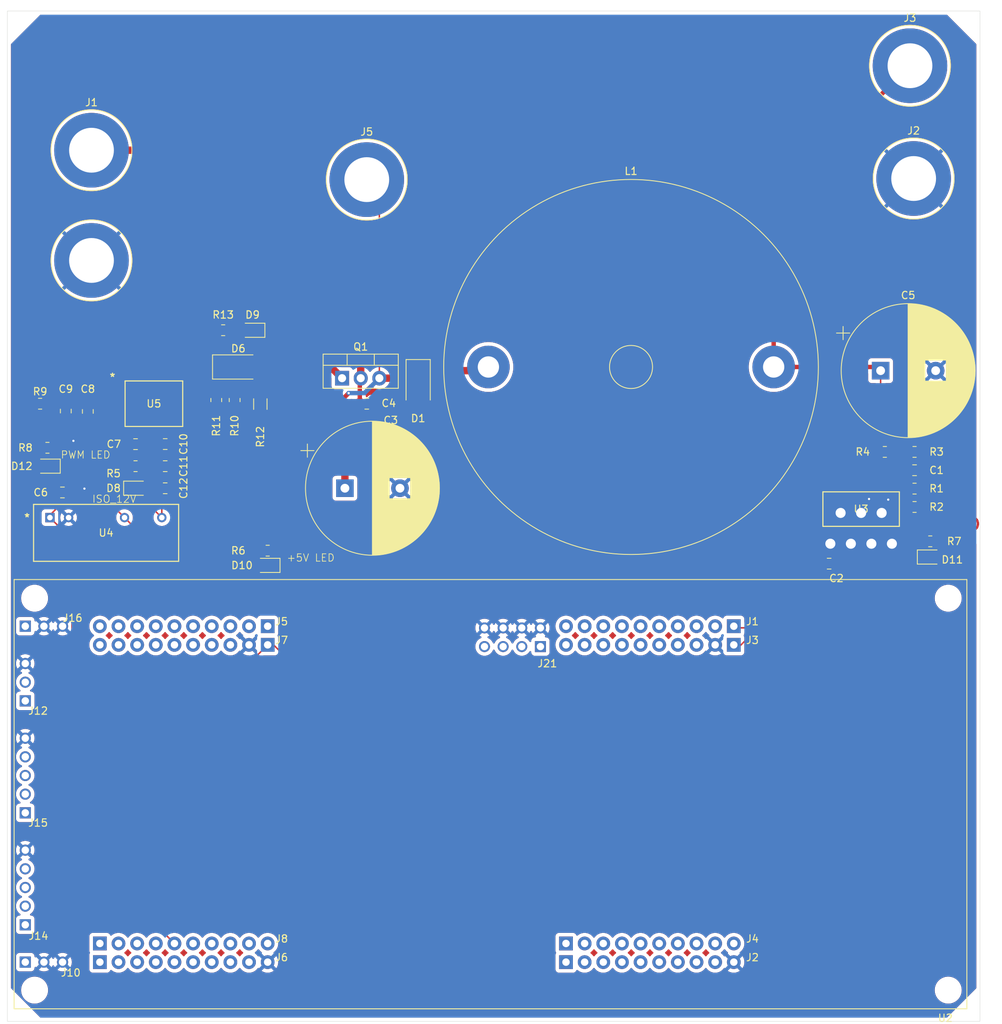
<source format=kicad_pcb>
(kicad_pcb (version 20241229) (generator "pcbnew") (generator_version "9.0")
  (layers (0 "F.Cu" signal) (2 "B.Cu" signal) (13 "F.Paste" user) (15 "B.Paste" user) (5 "F.SilkS" user "F.Silkscreen") (7 "B.SilkS" user "B.Silkscreen") (1 "F.Mask" user) (3 "B.Mask" user) (25 "Edge.Cuts" user))
  (net 0 "")
  (net 1 "GND")
  (net 2 "+3.3V")
  (net 3 "/VFILT")
  (net 4 "/VOUT")
  (net 14 "/Power_stage/VIN")
  (net 16 "+5V")
  (net 26 "/GD/ISO_12")
  (net 27 "/GD/PWM_FILT")
  (net 31 "/VSW")
  (net 35 "/VG")
  (net 42 "Net-(D6-K)")
  (net 81 "/PWM")
  (net 83 "Net-(D8-A)")
  (net 91 "/GD/GD_PWM")
  (net 103 "/VFILTD")
  (net 104 "Net-(D10-BK)")
  (net 105 "Net-(D11-BK)")
  (net 106 "Net-(D12-BK)")
  (net 107 "Net-(D9-BK)")
  (net 108 "Net-(U3-VIN+)")
  (net 109 "Net-(R1-Pad2)")
  (net 110 "Net-(U3-VIN-)")
  (footprint "LED_SMD:LED_0805_2012Metric" (layer "F.Cu") (at 77.9015 66.946 180)
    (property "Reference" "D9" (at 0 2.1 0) (layer "F.SilkS"))
    (property "Value" "LED_ABGR")
    (pad "1" smd roundrect (at -0.9375 0 180) (size 0.975 1.4) (layers "F.Cu" "F.Mask" "F.Paste") (net 35 "/VG"))
    (pad "2" smd roundrect (at 0.9375 0 180) (size 0.975 1.4) (layers "F.Cu" "F.Mask" "F.Paste") (net 107 "Net-(D9-BK)"))
  )
  (footprint "Diode_SMD:D_SMA" (layer "F.Cu") (at 100.464 74.446 -90)
    (property "Reference" "D1" (at 4.5 0 180) (layer "F.SilkS"))
    (property "Value" "SS310")
    (pad "1" smd roundrect (at -2 0 270) (size 2.5 1.8) (layers "F.Cu" "F.Mask" "F.Paste") (roundrect_rratio 0.1388888889) (net 31 "/VSW"))
    (pad "2" smd roundrect (at 2 0 270) (size 2.5 1.8) (layers "F.Cu" "F.Mask" "F.Paste") (roundrect_rratio 0.1388888889) (net 1 "GND"))
  )
  (footprint "Capacitor_THT:CP_Radial_D18.0mm_P7.50mm" (layer "F.Cu") (at 90.48622 88.446)
    (property "Reference" "C3" (at 6.25 -9.25 0) (layer "F.SilkS"))
    (property "Value" "470u")
    (pad "1" thru_hole rect (at 0 0) (size 2.4 2.4) (drill 1.2) (layers "*.Cu" "*.Mask") (net 14 "/Power_stage/VIN"))
    (pad "2" thru_hole circle (at 7.5 0) (size 2.4 2.4) (drill 1.2) (layers "*.Cu" "*.Mask") (net 1 "GND"))
  )
  (footprint "Resistor_SMD:R_0805_2012Metric_Pad1.20x1.40mm_HandSolder" (layer "F.Cu") (at 170.229 95.676354 180)
    (property "Reference" "R7" (at -3.2625 0 0) (layer "F.SilkS"))
    (property "Value" "3.3K")
    (pad "1" smd roundrect (at -1 0 180) (size 1.2 1.4) (layers "F.Cu" "F.Mask" "F.Paste") (roundrect_rratio 0.208333) (net 105 "Net-(D11-BK)"))
    (pad "2" smd roundrect (at 1 0 180) (size 1.2 1.4) (layers "F.Cu" "F.Mask" "F.Paste") (roundrect_rratio 0.208333) (net 1 "GND"))
  )
  (footprint "LED_SMD:LED_0805_2012Metric" (layer "F.Cu") (at 62.0265 88.446)
    (property "Reference" "D8" (at -3.0625 0 0) (layer "F.SilkS"))
    (property "Value" "LED_ABGR")
    (pad "1" smd roundrect (at -0.9375 0) (size 0.975 1.4) (layers "F.Cu" "F.Mask" "F.Paste") (net 83 "Net-(D8-A)"))
    (pad "2" smd roundrect (at 0.9375 0) (size 0.975 1.4) (layers "F.Cu" "F.Mask" "F.Paste") (net 26 "/GD/ISO_12"))
  )
  (footprint "Resistor_SMD:R_0805_2012Metric" (layer "F.Cu") (at 168.0875 91)
    (property "Reference" "R2" (at 3 0 0) (layer "F.SilkS"))
    (property "Value" "5")
    (pad "1" smd roundrect (at -0.9125 0) (size 1.025 1.4) (layers "F.Cu" "F.Mask" "F.Paste") (roundrect_rratio 0.243902) (net 109 "Net-(R1-Pad2)"))
    (pad "2" smd roundrect (at 0.9125 0) (size 1.025 1.4) (layers "F.Cu" "F.Mask" "F.Paste") (roundrect_rratio 0.243902) (net 110 "Net-(U3-VIN-)"))
  )
  (footprint "Capacitor_SMD:C_0805_2012Metric" (layer "F.Cu") (at 66.004 85.446)
    (property "Reference" "C11" (at 2.5 0 90) (layer "F.SilkS"))
    (property "Value" "220U")
    (pad "1" smd roundrect (at -0.95 0) (size 1 1.45) (layers "F.Cu" "F.Mask" "F.Paste") (net 26 "/GD/ISO_12"))
    (pad "2" smd roundrect (at 0.95 0) (size 1 1.45) (layers "F.Cu" "F.Mask" "F.Paste") (net 31 "/VSW"))
  )
  (footprint "Resistor_SMD:R_0805_2012Metric_Pad1.20x1.40mm_HandSolder" (layer "F.Cu") (at 75.464 76.446 90)
    (property "Reference" "R10" (at -3.5 0 90) (layer "F.SilkS"))
    (property "Value" "7R")
    (pad "1" smd roundrect (at -1 0 90) (size 1.2 1.4) (layers "F.Cu" "F.Mask" "F.Paste") (roundrect_rratio 0.208333) (net 91 "/GD/GD_PWM"))
    (pad "2" smd roundrect (at 1 0 90) (size 1.2 1.4) (layers "F.Cu" "F.Mask" "F.Paste") (roundrect_rratio 0.208333) (net 35 "/VG"))
  )
  (footprint "Connector:Banana_Jack_1Pin" (layer "F.Cu") (at 93.464 46.446)
    (property "Reference" "J5" (at 0 -6.5 0) (layer "F.SilkS"))
    (property "Value" "Conn_01x01_Pin")
    (pad "1" thru_hole circle (at 0 0) (size 10.16 10.16) (drill 6.1) (layers "*.Cu" "*.Mask") (net 31 "/VSW"))
  )
  (footprint "Diode_SMD:D_SMA" (layer "F.Cu") (at 75.964 71.946)
    (property "Reference" "D6" (at 0 -2.5 0) (layer "F.SilkS"))
    (property "Value" "US2AA")
    (pad "1" smd roundrect (at -2 0) (size 2.5 1.8) (layers "F.Cu" "F.Mask" "F.Paste") (roundrect_rratio 0.1388888889) (net 42 "Net-(D6-K)"))
    (pad "2" smd roundrect (at 2 0) (size 2.5 1.8) (layers "F.Cu" "F.Mask" "F.Paste") (roundrect_rratio 0.1388888889) (net 35 "/VG"))
  )
  (footprint "Connector:Banana_Jack_1Pin" (layer "F.Cu") (at 167.964 46.296)
    (property "Reference" "J2" (at 0 -6.5 0) (layer "F.SilkS"))
    (property "Value" "Conn_01x01_Pin")
    (pad "1" thru_hole circle (at 0 0) (size 10.16 10.16) (drill 6.1) (layers "*.Cu" "*.Mask") (net 1 "GND"))
  )
  (footprint "Resistor_SMD:R_0805_2012Metric_Pad1.20x1.40mm_HandSolder" (layer "F.Cu") (at 72.964 76.446 90)
    (property "Reference" "R11" (at -3.5 0 90) (layer "F.SilkS"))
    (property "Value" "12R")
    (pad "1" smd roundrect (at -1 0 90) (size 1.2 1.4) (layers "F.Cu" "F.Mask" "F.Paste") (roundrect_rratio 0.208333) (net 91 "/GD/GD_PWM"))
    (pad "2" smd roundrect (at 1 0 90) (size 1.2 1.4) (layers "F.Cu" "F.Mask" "F.Paste") (roundrect_rratio 0.208333) (net 42 "Net-(D6-K)"))
  )
  (footprint "Capacitor_SMD:C_0805_2012Metric" (layer "F.Cu") (at 61.964 82.446 180)
    (property "Reference" "C7" (at 2.95 0 0) (layer "F.SilkS"))
    (property "Value" "1u")
    (pad "1" smd roundrect (at -0.95 0 180) (size 1 1.45) (layers "F.Cu" "F.Mask" "F.Paste") (net 26 "/GD/ISO_12"))
    (pad "2" smd roundrect (at 0.95 0 180) (size 1 1.45) (layers "F.Cu" "F.Mask" "F.Paste") (net 31 "/VSW"))
  )
  (footprint "Resistor_SMD:R_0805_2012Metric_Pad1.20x1.40mm_HandSolder" (layer "F.Cu") (at 48.964 76.946)
    (property "Reference" "R9" (at 0 -1.65 0) (layer "F.SilkS"))
    (property "Value" "R")
    (pad "1" smd roundrect (at -1 0) (size 1.2 1.4) (layers "F.Cu" "F.Mask" "F.Paste") (roundrect_rratio 0.208333) (net 81 "/PWM"))
    (pad "2" smd roundrect (at 1 0) (size 1.2 1.4) (layers "F.Cu" "F.Mask" "F.Paste") (roundrect_rratio 0.208333) (net 27 "/GD/PWM_FILT"))
  )
  (footprint "Capacitor_SMD:C_0805_2012Metric" (layer "F.Cu") (at 93.464 76.946)
    (property "Reference" "C4" (at 3 -0.065 0) (layer "F.SilkS"))
    (property "Value" "1u")
    (pad "1" smd roundrect (at -0.95 0) (size 1 1.45) (layers "F.Cu" "F.Mask" "F.Paste") (net 14 "/Power_stage/VIN"))
    (pad "2" smd roundrect (at 0.95 0) (size 1 1.45) (layers "F.Cu" "F.Mask" "F.Paste") (net 1 "GND"))
  )
  (footprint "Resistor_SMD:R_0805_2012Metric_Pad1.20x1.40mm_HandSolder" (layer "F.Cu") (at 73.9015 66.946 180)
    (property "Reference" "R13" (at 0 2.1 0) (layer "F.SilkS"))
    (property "Value" "3.3K")
    (pad "1" smd roundrect (at -1 0 180) (size 1.2 1.4) (layers "F.Cu" "F.Mask" "F.Paste") (roundrect_rratio 0.208333) (net 107 "Net-(D9-BK)"))
    (pad "2" smd roundrect (at 1 0 180) (size 1.2 1.4) (layers "F.Cu" "F.Mask" "F.Paste") (roundrect_rratio 0.208333) (net 31 "/VSW"))
  )
  (footprint "Capacitor_SMD:C_0805_2012Metric_Pad1.18x1.45mm_HandSolder" (layer "F.Cu") (at 52.464 77.946 -90)
    (property "Reference" "C9" (at -3 0 0) (layer "F.SilkS"))
    (property "Value" "C")
    (pad "1" smd roundrect (at -1.0375 0 270) (size 1.175 1.45) (layers "F.Cu" "F.Mask" "F.Paste") (roundrect_rratio 0.212766) (net 27 "/GD/PWM_FILT"))
    (pad "2" smd roundrect (at 1.0375 0 270) (size 1.175 1.45) (layers "F.Cu" "F.Mask" "F.Paste") (roundrect_rratio 0.212766) (net 1 "GND"))
  )
  (footprint "Capacitor_THT:CP_Radial_D18.0mm_P7.50mm" (layer "F.Cu") (at 163.464 72.446)
    (property "Reference" "C5" (at 3.75 -10.25 0) (layer "F.SilkS"))
    (property "Value" "?")
    (pad "1" thru_hole rect (at 0 0) (size 2.4 2.4) (drill 1.2) (layers "*.Cu" "*.Mask") (net 4 "/VOUT"))
    (pad "2" thru_hole circle (at 7.5 0) (size 2.4 2.4) (drill 1.2) (layers "*.Cu" "*.Mask") (net 1 "GND"))
  )
  (footprint "LED_SMD:LED_0805_2012Metric" (layer "F.Cu") (at 170.149 97.811354)
    (property "Reference" "D11" (at 3.08 0.365 0) (layer "F.SilkS"))
    (property "Value" "LED_ABGR")
    (pad "1" smd roundrect (at -0.9375 0) (size 0.975 1.4) (layers "F.Cu" "F.Mask" "F.Paste") (net 2 "+3.3V"))
    (pad "2" smd roundrect (at 0.9375 0) (size 0.975 1.4) (layers "F.Cu" "F.Mask" "F.Paste") (net 105 "Net-(D11-BK)"))
  )
  (footprint "Resistor_SMD:R_0805_2012Metric" (layer "F.Cu") (at 168.0875 88.5 180)
    (property "Reference" "R1" (at -3 0 0) (layer "F.SilkS"))
    (property "Value" "100")
    (pad "1" smd roundrect (at -0.9125 0 180) (size 1.025 1.4) (layers "F.Cu" "F.Mask" "F.Paste") (roundrect_rratio 0.243902) (net 1 "GND"))
    (pad "2" smd roundrect (at 0.9125 0 180) (size 1.025 1.4) (layers "F.Cu" "F.Mask" "F.Paste") (roundrect_rratio 0.243902) (net 109 "Net-(R1-Pad2)"))
  )
  (footprint "footprints:SOIC8_DWV_TEX" (layer "F.Cu") (at 64.464 76.946)
    (property "Reference" "U5" (at 0 0 0) (layer "F.SilkS"))
    (property "Value" "UCC5304DWVR")
    (fp_text user "*" (at -5.6388 -3.6068 0) (layer "F.SilkS"))
    (fp_text user "*" (at -5.6388 -3.6068 0) (layer "F.SilkS"))
    (pad "1" smd rect (at -5.3848 -1.905) (size 1.7018 0.5588) (layers "F.Cu" "F.Mask" "F.Paste") (net 27 "/GD/PWM_FILT"))
    (pad "2" smd rect (at -5.3848 -0.635) (size 1.7018 0.5588) (layers "F.Cu" "F.Mask" "F.Paste") (net 16 "+5V"))
    (pad "3" smd rect (at -5.3848 0.635) (size 1.7018 0.5588) (layers "F.Cu" "F.Mask" "F.Paste") (net 16 "+5V"))
    (pad "4" smd rect (at -5.3848 1.905) (size 1.7018 0.5588) (layers "F.Cu" "F.Mask" "F.Paste") (net 1 "GND"))
    (pad "5" smd rect (at 5.3848 1.905) (size 1.7018 0.5588) (layers "F.Cu" "F.Mask" "F.Paste") (net 31 "/VSW"))
    (pad "6" smd rect (at 5.3848 0.635) (size 1.7018 0.5588) (layers "F.Cu" "F.Mask" "F.Paste") (net 31 "/VSW"))
    (pad "7" smd rect (at 5.3848 -0.635) (size 1.7018 0.5588) (layers "F.Cu" "F.Mask" "F.Paste") (net 91 "/GD/GD_PWM"))
    (pad "8" smd rect (at 5.3848 -1.905) (size 1.7018 0.5588) (layers "F.Cu" "F.Mask" "F.Paste") (net 26 "/GD/ISO_12"))
  )
  (footprint "Resistor_SMD:R_0805_2012Metric" (layer "F.Cu") (at 168.0875 83.5 180)
    (property "Reference" "R3" (at -3 0 0) (layer "F.SilkS"))
    (property "Value" "5")
    (pad "1" smd roundrect (at -0.9125 0 180) (size 1.025 1.4) (layers "F.Cu" "F.Mask" "F.Paste") (roundrect_rratio 0.243902) (net 1 "GND"))
    (pad "2" smd roundrect (at 0.9125 0 180) (size 1.025 1.4) (layers "F.Cu" "F.Mask" "F.Paste") (roundrect_rratio 0.243902) (net 108 "Net-(U3-VIN+)"))
  )
  (footprint "Capacitor_SMD:C_0805_2012Metric" (layer "F.Cu") (at 168.0875 86)
    (property "Reference" "C1" (at 3 0 0) (layer "F.SilkS"))
    (property "Value" "0.0105")
    (pad "1" smd roundrect (at -0.95 0) (size 1 1.45) (layers "F.Cu" "F.Mask" "F.Paste") (net 108 "Net-(U3-VIN+)"))
    (pad "2" smd roundrect (at 0.95 0) (size 1 1.45) (layers "F.Cu" "F.Mask" "F.Paste") (net 1 "GND"))
  )
  (footprint "Connector:Banana_Jack_1Pin" (layer "F.Cu") (at 167.464 30.946)
    (property "Reference" "J3" (at 0 -6.5 0) (layer "F.SilkS"))
    (property "Value" "Conn_01x01_Pin")
    (pad "1" thru_hole circle (at 0 0) (size 10.16 10.16) (drill 6.1) (layers "*.Cu" "*.Mask") (net 4 "/VOUT"))
  )
  (footprint "LAUNCHXL_F28379D:MOD_LAUNCHXL-F28379D" (layer "F.Cu") (at 110.317 130.086 180)
    (property "Reference" "U2" (at -61.972 -30.475 0) (layer "F.SilkS"))
    (property "Value" "LAUNCHXL-F28379D")
    (fp_text user "J12" (at 61.628 11.335 0) (layer "F.SilkS"))
    (fp_text user "J4" (at -35.687 -19.685 0) (layer "F.SilkS"))
    (fp_text user "J10" (at 57.178 -24.305 0) (layer "F.SilkS"))
    (fp_text user "J15" (at 61.628 -3.905 0) (layer "F.SilkS"))
    (fp_text user "J21" (at -7.747 17.78 0) (layer "F.SilkS"))
    (fp_text user "J1" (at -35.687 23.495 0) (layer "F.SilkS"))
    (fp_text user "J5" (at 28.448 23.495 0) (layer "F.SilkS"))
    (fp_text user "J6" (at 28.448 -22.225 0) (layer "F.SilkS"))
    (fp_text user "J2" (at -35.687 -22.225 0) (layer "F.SilkS"))
    (fp_text user "J8" (at 28.448 -19.685 0) (layer "F.SilkS"))
    (fp_text user "J14" (at 61.578 -19.305 0) (layer "F.SilkS"))
    (fp_text user "J3" (at -35.687 20.955 0) (layer "F.SilkS"))
    (fp_text user "J7" (at 28.448 20.955 0) (layer "F.SilkS"))
    (fp_text user "J16" (at 56.928 23.97 0) (layer "F.SilkS"))
    (pad "" np_thru_hole circle (at -62.357 -26.67 180) (size 3.175 3.175) (drill 3.175) (layers "*.Cu" "*.Mask"))
    (pad "" np_thru_hole circle (at -62.357 26.67 180) (size 3.175 3.175) (drill 3.175) (layers "*.Cu" "*.Mask"))
    (pad "" np_thru_hole circle (at 62.103 -26.67 180) (size 3.175 3.175) (drill 3.175) (layers "*.Cu" "*.Mask"))
    (pad "" np_thru_hole circle (at 62.103 26.67 180) (size 3.175 3.175) (drill 3.175) (layers "*.Cu" "*.Mask"))
    (pad "J1_1" thru_hole rect (at -33.147 22.86 180) (size 1.8796 1.8796) (drill 1.016) (layers "*.Cu" "*.Mask") (net 2 "+3.3V"))
    (pad "J1_2" thru_hole circle (at -30.607 22.86 180) (size 1.8796 1.8796) (drill 1.016) (layers "*.Cu" "*.Mask"))
    (pad "J1_3" thru_hole circle (at -28.067 22.86 180) (size 1.8796 1.8796) (drill 1.016) (layers "*.Cu" "*.Mask"))
    (pad "J1_4" thru_hole circle (at -25.527 22.86 180) (size 1.8796 1.8796) (drill 1.016) (layers "*.Cu" "*.Mask"))
    (pad "J1_5" thru_hole circle (at -22.987 22.86 180) (size 1.8796 1.8796) (drill 1.016) (layers "*.Cu" "*.Mask"))
    (pad "J1_6" thru_hole circle (at -20.447 22.86 180) (size 1.8796 1.8796) (drill 1.016) (layers "*.Cu" "*.Mask"))
    (pad "J1_7" thru_hole circle (at -17.907 22.86 180) (size 1.8796 1.8796) (drill 1.016) (layers "*.Cu" "*.Mask"))
    (pad "J1_8" thru_hole circle (at -15.367 22.86 180) (size 1.8796 1.8796) (drill 1.016) (layers "*.Cu" "*.Mask"))
    (pad "J1_9" thru_hole circle (at -12.827 22.86 180) (size 1.8796 1.8796) (drill 1.016) (layers "*.Cu" "*.Mask"))
    (pad "J1_10" thru_hole circle (at -10.287 22.86 180) (size 1.8796 1.8796) (drill 1.016) (layers "*.Cu" "*.Mask"))
    (pad "J2_1" thru_hole rect (at -10.287 -22.86 180) (size 1.8796 1.8796) (drill 1.016) (layers "*.Cu" "*.Mask"))
    (pad "J2_2" thru_hole circle (at -12.827 -22.86 180) (size 1.8796 1.8796) (drill 1.016) (layers "*.Cu" "*.Mask"))
    (pad "J2_3" thru_hole circle (at -15.367 -22.86 180) (size 1.8796 1.8796) (drill 1.016) (layers "*.Cu" "*.Mask"))
    (pad "J2_4" thru_hole circle (at -17.907 -22.86 180) (size 1.8796 1.8796) (drill 1.016) (layers "*.Cu" "*.Mask"))
    (pad "J2_5" thru_hole circle (at -20.447 -22.86 180) (size 1.8796 1.8796) (drill 1.016) (layers "*.Cu" "*.Mask"))
    (pad "J2_6" thru_hole circle (at -22.987 -22.86 180) (size 1.8796 1.8796) (drill 1.016) (layers "*.Cu" "*.Mask"))
    (pad "J2_7" thru_hole circle (at -25.527 -22.86 180) (size 1.8796 1.8796) (drill 1.016) (layers "*.Cu" "*.Mask"))
    (pad "J2_8" thru_hole circle (at -28.067 -22.86 180) (size 1.8796 1.8796) (drill 1.016) (layers "*.Cu" "*.Mask"))
    (pad "J2_9" thru_hole circle (at -30.607 -22.86 180) (size 1.8796 1.8796) (drill 1.016) (layers "*.Cu" "*.Mask"))
    (pad "J2_10" thru_hole circle (at -33.147 -22.86 180) (size 1.8796 1.8796) (drill 1.016) (layers "*.Cu" "*.Mask") (net 1 "GND"))
    (pad "J3_1" thru_hole rect (at -33.147 20.32 180) (size 1.8796 1.8796) (drill 1.016) (layers "*.Cu" "*.Mask"))
    (pad "J3_2" thru_hole circle (at -30.607 20.32 180) (size 1.8796 1.8796) (drill 1.016) (layers "*.Cu" "*.Mask") (net 1 "GND"))
    (pad "J3_3" thru_hole circle (at -28.067 20.32 180) (size 1.8796 1.8796) (drill 1.016) (layers "*.Cu" "*.Mask") (net 103 "/VFILTD"))
    (pad "J3_4" thru_hole circle (at -25.527 20.32 180) (size 1.8796 1.8796) (drill 1.016) (layers "*.Cu" "*.Mask"))
    (pad "J3_5" thru_hole circle (at -22.987 20.32 180) (size 1.8796 1.8796) (drill 1.016) (layers "*.Cu" "*.Mask"))
    (pad "J3_6" thru_hole circle (at -20.447 20.32 180) (size 1.8796 1.8796) (drill 1.016) (layers "*.Cu" "*.Mask"))
    (pad "J3_7" thru_hole circle (at -17.907 20.32 180) (size 1.8796 1.8796) (drill 1.016) (layers "*.Cu" "*.Mask"))
    (pad "J3_8" thru_hole circle (at -15.367 20.32 180) (size 1.8796 1.8796) (drill 1.016) (layers "*.Cu" "*.Mask"))
    (pad "J3_9" thru_hole circle (at -12.827 20.32 180) (size 1.8796 1.8796) (drill 1.016) (layers "*.Cu" "*.Mask"))
    (pad "J3_10" thru_hole circle (at -10.287 20.32 180) (size 1.8796 1.8796) (drill 1.016) (layers "*.Cu" "*.Mask"))
    (pad "J4_1" thru_hole rect (at -10.287 -20.32 180) (size 1.8796 1.8796) (drill 1.016) (layers "*.Cu" "*.Mask"))
    (pad "J4_2" thru_hole circle (at -12.827 -20.32 180) (size 1.8796 1.8796) (drill 1.016) (layers "*.Cu" "*.Mask"))
    (pad "J4_3" thru_hole circle (at -15.367 -20.32 180) (size 1.8796 1.8796) (drill 1.016) (layers "*.Cu" "*.Mask"))
    (pad "J4_4" thru_hole circle (at -17.907 -20.32 180) (size 1.8796 1.8796) (drill 1.016) (layers "*.Cu" "*.Mask"))
    (pad "J4_5" thru_hole circle (at -20.447 -20.32 180) (size 1.8796 1.8796) (drill 1.016) (layers "*.Cu" "*.Mask"))
    (pad "J4_6" thru_hole circle (at -22.987 -20.32 180) (size 1.8796 1.8796) (drill 1.016) (layers "*.Cu" "*.Mask"))
    (pad "J4_7" thru_hole circle (at -25.527 -20.32 180) (size 1.8796 1.8796) (drill 1.016) (layers "*.Cu" "*.Mask"))
    (pad "J4_8" thru_hole circle (at -28.067 -20.32 180) (size 1.8796 1.8796) (drill 1.016) (layers "*.Cu" "*.Mask"))
    (pad "J4_9" thru_hole circle (at -30.607 -20.32 180) (size 1.8796 1.8796) (drill 1.016) (layers "*.Cu" "*.Mask"))
    (pad "J4_10" thru_hole circle (at -33.147 -20.32 180) (size 1.8796 1.8796) (drill 1.016) (layers "*.Cu" "*.Mask"))
    (pad "J5_1" thru_hole rect (at 30.353 22.86 180) (size 1.8796 1.8796) (drill 1.016) (layers "*.Cu" "*.Mask"))
    (pad "J5_2" thru_hole circle (at 32.893 22.86 180) (size 1.8796 1.8796) (drill 1.016) (layers "*.Cu" "*.Mask"))
    (pad "J5_3" thru_hole circle (at 35.433 22.86 180) (size 1.8796 1.8796) (drill 1.016) (layers "*.Cu" "*.Mask"))
    (pad "J5_4" thru_hole circle (at 37.973 22.86 180) (size 1.8796 1.8796) (drill 1.016) (layers "*.Cu" "*.Mask"))
    (pad "J5_5" thru_hole circle (at 40.513 22.86 180) (size 1.8796 1.8796) (drill 1.016) (layers "*.Cu" "*.Mask"))
    (pad "J5_6" thru_hole circle (at 43.053 22.86 180) (size 1.8796 1.8796) (drill 1.016) (layers "*.Cu" "*.Mask"))
    (pad "J5_7" thru_hole circle (at 45.593 22.86 180) (size 1.8796 1.8796) (drill 1.016) (layers "*.Cu" "*.Mask"))
    (pad "J5_8" thru_hole circle (at 48.133 22.86 180) (size 1.8796 1.8796) (drill 1.016) (layers "*.Cu" "*.Mask"))
    (pad "J5_9" thru_hole circle (at 50.673 22.86 180) (size 1.8796 1.8796) (drill 1.016) (layers "*.Cu" "*.Mask"))
    (pad "J5_10" thru_hole circle (at 53.213 22.86 180) (size 1.8796 1.8796) (drill 1.016) (layers "*.Cu" "*.Mask"))
    (pad "J6_1" thru_hole rect (at 53.213 -22.86 180) (size 1.8796 1.8796) (drill 1.016) (layers "*.Cu" "*.Mask"))
    (pad "J6_2" thru_hole circle (at 50.673 -22.86 180) (size 1.8796 1.8796) (drill 1.016) (layers "*.Cu" "*.Mask"))
    (pad "J6_3" thru_hole circle (at 48.133 -22.86 180) (size 1.8796 1.8796) (drill 1.016) (layers "*.Cu" "*.Mask"))
    (pad "J6_4" thru_hole circle (at 45.593 -22.86 180) (size 1.8796 1.8796) (drill 1.016) (layers "*.Cu" "*.Mask"))
    (pad "J6_5" thru_hole circle (at 43.053 -22.86 180) (size 1.8796 1.8796) (drill 1.016) (layers "*.Cu" "*.Mask"))
    (pad "J6_6" thru_hole circle (at 40.513 -22.86 180) (size 1.8796 1.8796) (drill 1.016) (layers "*.Cu" "*.Mask"))
    (pad "J6_7" thru_hole circle (at 37.973 -22.86 180) (size 1.8796 1.8796) (drill 1.016) (layers "*.Cu" "*.Mask"))
    (pad "J6_8" thru_hole circle (at 35.433 -22.86 180) (size 1.8796 1.8796) (drill 1.016) (layers "*.Cu" "*.Mask"))
    (pad "J6_9" thru_hole circle (at 32.893 -22.86 180) (size 1.8796 1.8796) (drill 1.016) (layers "*.Cu" "*.Mask"))
    (pad "J6_10" thru_hole circle (at 30.353 -22.86 180) (size 1.8796 1.8796) (drill 1.016) (layers "*.Cu" "*.Mask") (net 1 "GND"))
    (pad "J7_1" thru_hole rect (at 30.353 20.32 180) (size 1.8796 1.8796) (drill 1.016) (layers "*.Cu" "*.Mask") (net 16 "+5V"))
    (pad "J7_2" thru_hole circle (at 32.893 20.32 180) (size 1.8796 1.8796) (drill 1.016) (layers "*.Cu" "*.Mask") (net 1 "GND"))
    (pad "J7_3" thru_hole circle (at 35.433 20.32 180) (size 1.8796 1.8796) (drill 1.016) (layers "*.Cu" "*.Mask"))
    (pad "J7_4" thru_hole circle (at 37.973 20.32 180) (size 1.8796 1.8796) (drill 1.016) (layers "*.Cu" "*.Mask"))
    (pad "J7_5" thru_hole circle (at 40.513 20.32 180) (size 1.8796 1.8796) (drill 1.016) (layers "*.Cu" "*.Mask"))
    (pad "J7_6" thru_hole circle (at 43.053 20.32 180) (size 1.8796 1.8796) (drill 1.016) (layers "*.Cu" "*.Mask"))
    (pad "J7_7" thru_hole circle (at 45.593 20.32 180) (size 1.8796 1.8796) (drill 1.016) (layers "*.Cu" "*.Mask"))
    (pad "J7_8" thru_hole circle (at 48.133 20.32 180) (size 1.8796 1.8796) (drill 1.016) (layers "*.Cu" "*.Mask"))
    (pad "J7_9" thru_hole circle (at 50.673 20.32 180) (size 1.8796 1.8796) (drill 1.016) (layers "*.Cu" "*.Mask"))
    (pad "J7_10" thru_hole circle (at 53.213 20.32 180) (size 1.8796 1.8796) (drill 1.016) (layers "*.Cu" "*.Mask"))
    (pad "J8_1" thru_hole rect (at 53.213 -20.32 180) (size 1.8796 1.8796) (drill 1.016) (layers "*.Cu" "*.Mask"))
    (pad "J8_2" thru_hole circle (at 50.673 -20.32 180) (size 1.8796 1.8796) (drill 1.016) (layers "*.Cu" "*.Mask"))
    (pad "J8_3" thru_hole circle (at 48.133 -20.32 180) (size 1.8796 1.8796) (drill 1.016) (layers "*.Cu" "*.Mask"))
    (pad "J8_4" thru_hole circle (at 45.593 -20.32 180) (size 1.8796 1.8796) (drill 1.016) (layers "*.Cu" "*.Mask"))
    (pad "J8_5" thru_hole circle (at 43.053 -20.32 180) (size 1.8796 1.8796) (drill 1.016) (layers "*.Cu" "*.Mask") (net 81 "/PWM"))
    (pad "J8_6" thru_hole circle (at 40.513 -20.32 180) (size 1.8796 1.8796) (drill 1.016) (layers "*.Cu" "*.Mask"))
    (pad "J8_7" thru_hole circle (at 37.973 -20.32 180) (size 1.8796 1.8796) (drill 1.016) (layers "*.Cu" "*.Mask"))
    (pad "J8_8" thru_hole circle (at 35.433 -20.32 180) (size 1.8796 1.8796) (drill 1.016) (layers "*.Cu" "*.Mask"))
    (pad "J8_9" thru_hole circle (at 32.893 -20.32 180) (size 1.8796 1.8796) (drill 1.016) (layers "*.Cu" "*.Mask"))
    (pad "J8_10" thru_hole circle (at 30.353 -20.32 180) (size 1.8796 1.8796) (drill 1.016) (layers "*.Cu" "*.Mask"))
    (pad "J10_1" thru_hole rect (at 63.373 -22.86 180) (size 1.524 1.524) (drill 1.016) (layers "*.Cu" "*.Mask"))
    (pad "J10_2" thru_hole circle (at 60.833 -22.86 180) (size 1.524 1.524) (drill 1.016) (layers "*.Cu" "*.Mask") (net 1 "GND"))
    (pad "J10_3" thru_hole circle (at 58.293 -22.86 180) (size 1.524 1.524) (drill 1.016) (layers "*.Cu" "*.Mask") (net 1 "GND"))
    (pad "J12_1" thru_hole rect (at 63.373 12.7 180) (size 1.524 1.524) (drill 1.016) (layers "*.Cu" "*.Mask"))
    (pad "J12_2" thru_hole circle (at 63.373 15.24 180) (size 1.524 1.524) (drill 1.016) (layers "*.Cu" "*.Mask"))
    (pad "J12_3" thru_hole circle (at 63.373 17.78 180) (size 1.524 1.524) (drill 1.016) (layers "*.Cu" "*.Mask") (net 1 "GND"))
    (pad "J14_1" thru_hole rect (at 63.373 -17.78 180) (size 1.524 1.524) (drill 1.016) (layers "*.Cu" "*.Mask"))
    (pad "J14_2" thru_hole circle (at 63.373 -15.24 180) (size 1.524 1.524) (drill 1.016) (layers "*.Cu" "*.Mask"))
    (pad "J14_3" thru_hole circle (at 63.373 -12.7 180) (size 1.524 1.524) (drill 1.016) (layers "*.Cu" "*.Mask"))
    (pad "J14_4" thru_hole circle (at 63.373 -10.16 180) (size 1.524 1.524) (drill 1.016) (layers "*.Cu" "*.Mask"))
    (pad "J14_5" thru_hole circle (at 63.373 -7.62 180) (size 1.524 1.524) (drill 1.016) (layers "*.Cu" "*.Mask") (net 1 "GND"))
    (pad "J15_1" thru_hole rect (at 63.373 -2.54 180) (size 1.524 1.524) (drill 1.016) (layers "*.Cu" "*.Mask"))
    (pad "J15_2" thru_hole circle (at 63.373 0 180) (size 1.524 1.524) (drill 1.016) (layers "*.Cu" "*.Mask"))
    (pad "J15_3" thru_hole circle (at 63.373 2.54 180) (size 1.524 1.524) (drill 1.016) (layers "*.Cu" "*.Mask"))
    (pad "J15_4" thru_hole circle (at 63.373 5.08 180) (size 1.524 1.524) (drill 1.016) (layers "*.Cu" "*.Mask"))
    (pad "J15_5" thru_hole circle (at 63.373 7.62 180) (size 1.524 1.524) (drill 1.016) (layers "*.Cu" "*.Mask") (net 1 "GND"))
    (pad "J16_1" thru_hole rect (at 63.373 22.86 180) (size 1.524 1.524) (drill 1.016) (layers "*.Cu" "*.Mask"))
    (pad "J16_2" thru_hole circle (at 60.833 22.86 180) (size 1.524 1.524) (drill 1.016) (layers "*.Cu" "*.Mask") (net 1 "GND"))
    (pad "J16_3" thru_hole circle (at 58.293 22.86 180) (size 1.524 1.524) (drill 1.016) (layers "*.Cu" "*.Mask") (net 1 "GND"))
    (pad "J21_1" thru_hole rect (at -6.803 20.086 180) (size 1.5 1.5) (drill 1) (layers "*.Cu" "*.Mask"))
    (pad "J21_2" thru_hole circle (at -6.803 22.626 180) (size 1.5 1.5) (drill 1) (layers "*.Cu" "*.Mask") (net 1 "GND"))
    (pad "J21_3" thru_hole circle (at -4.263 20.086 180) (size 1.5 1.5) (drill 1) (layers "*.Cu" "*.Mask"))
    (pad "J21_4" thru_hole circle (at -4.263 22.626 180) (size 1.5 1.5) (drill 1) (layers "*.Cu" "*.Mask") (net 1 "GND"))
    (pad "J21_5" thru_hole circle (at -1.723 20.086 180) (size 1.5 1.5) (drill 1) (layers "*.Cu" "*.Mask"))
    (pad "J21_6" thru_hole circle (at -1.723 22.626 180) (size 1.5 1.5) (drill 1) (layers "*.Cu" "*.Mask") (net 1 "GND"))
    (pad "J21_7" thru_hole circle (at 0.817 20.086 180) (size 1.5 1.5) (drill 1) (layers "*.Cu" "*.Mask"))
    (pad "J21_8" thru_hole circle (at 0.817 22.626 180) (size 1.5 1.5) (drill 1) (layers "*.Cu" "*.Mask") (net 1 "GND"))
  )
  (footprint "LED_SMD:LED_0805_2012Metric" (layer "F.Cu") (at 50.0265 85.446 180)
    (property "Reference" "D12" (at 3.5625 0 0) (layer "F.SilkS"))
    (property "Value" "LED_ABGR")
    (pad "1" smd roundrect (at -0.9375 0 180) (size 0.975 1.4) (layers "F.Cu" "F.Mask" "F.Paste") (net 81 "/PWM"))
    (pad "2" smd roundrect (at 0.9375 0 180) (size 0.975 1.4) (layers "F.Cu" "F.Mask" "F.Paste") (net 106 "Net-(D12-BK)"))
  )
  (footprint "Connector:Banana_Jack_1Pin" (layer "F.Cu") (at 55.964 57.446)
    (property "Reference" "J4" (at -0.5 -15.5 0) (layer "F.SilkS"))
    (property "Value" "Conn_01x01_Pin")
    (pad "1" thru_hole circle (at 0 0) (size 10.16 10.16) (drill 6.1) (layers "*.Cu" "*.Mask") (net 1 "GND"))
  )
  (footprint "Capacitor_SMD:C_0805_2012Metric_Pad1.18x1.45mm_HandSolder" (layer "F.Cu") (at 55.464 77.996 -90)
    (property "Reference" "C8" (at -3.05 0 0) (layer "F.SilkS"))
    (property "Value" "1u")
    (pad "1" smd roundrect (at -1.0375 0 270) (size 1.175 1.45) (layers "F.Cu" "F.Mask" "F.Paste") (roundrect_rratio 0.212766) (net 16 "+5V"))
    (pad "2" smd roundrect (at 1.0375 0 270) (size 1.175 1.45) (layers "F.Cu" "F.Mask" "F.Paste") (roundrect_rratio 0.212766) (net 1 "GND"))
  )
  (footprint "Package_TO_SOT_THT:TO-220-3_Vertical" (layer "F.Cu") (at 90.099 73.471)
    (property "Reference" "Q1" (at 2.54 -4.27 0) (layer "F.SilkS"))
    (property "Value" "IRF540N")
    (pad "1" thru_hole rect (at 0 0) (size 1.905 2) (drill 1.1) (layers "*.Cu" "*.Mask") (net 35 "/VG"))
    (pad "2" thru_hole oval (at 2.54 0) (size 1.905 2) (drill 1.1) (layers "*.Cu" "*.Mask") (net 14 "/Power_stage/VIN"))
    (pad "3" thru_hole oval (at 5.08 0) (size 1.905 2) (drill 1.1) (layers "*.Cu" "*.Mask") (net 31 "/VSW"))
  )
  (footprint "Capacitor_SMD:C_0805_2012Metric" (layer "F.Cu") (at 156.45 98.7125)
    (property "Reference" "C2" (at 1 2 0) (layer "F.SilkS"))
    (property "Value" "1u")
    (pad "1" smd roundrect (at -0.95 0) (size 1 1.45) (layers "F.Cu" "F.Mask" "F.Paste") (net 2 "+3.3V"))
    (pad "2" smd roundrect (at 0.95 0) (size 1 1.45) (layers "F.Cu" "F.Mask" "F.Paste") (net 1 "GND"))
  )
  (footprint "LED_SMD:LED_0805_2012Metric" (layer "F.Cu") (at 79.964 98.946 180)
    (property "Reference" "D10" (at 3.5 0 0) (layer "F.SilkS"))
    (property "Value" "LED_ABGR")
    (pad "1" smd roundrect (at -0.9375 0 180) (size 0.975 1.4) (layers "F.Cu" "F.Mask" "F.Paste") (net 16 "+5V"))
    (pad "2" smd roundrect (at 0.9375 0 180) (size 0.975 1.4) (layers "F.Cu" "F.Mask" "F.Paste") (net 104 "Net-(D10-BK)"))
  )
  (footprint "Inductor_THT:L_Radial_D50.8mm_P38.86mm_Vishay_IHB-6" (layer "F.Cu") (at 110.034 71.946)
    (property "Reference" "L1" (at 19.43 -26.65 0) (layer "F.SilkS"))
    (property "Value" "?")
    (pad "1" thru_hole circle (at 0 0) (size 5.8 5.8) (drill 2.9) (layers "*.Cu" "*.Mask") (net 31 "/VSW"))
    (pad "2" thru_hole circle (at 38.86 0) (size 5.8 5.8) (drill 2.9) (layers "*.Cu" "*.Mask") (net 4 "/VOUT"))
  )
  (footprint "Resistor_SMD:R_0805_2012Metric" (layer "F.Cu") (at 164.0375 83.5)
    (property "Reference" "R4" (at -3 0 0) (layer "F.SilkS"))
    (property "Value" "100")
    (pad "1" smd roundrect (at -0.9125 0) (size 1.025 1.4) (layers "F.Cu" "F.Mask" "F.Paste") (roundrect_rratio 0.243902) (net 4 "/VOUT"))
    (pad "2" smd roundrect (at 0.9125 0) (size 1.025 1.4) (layers "F.Cu" "F.Mask" "F.Paste") (roundrect_rratio 0.243902) (net 108 "Net-(U3-VIN+)"))
  )
  (footprint "Resistor_SMD:R_1206_3216Metric_Pad1.30x1.75mm_HandSolder" (layer "F.Cu") (at 78.964 76.996 90)
    (property "Reference" "R12" (at -4.45 0 90) (layer "F.SilkS"))
    (property "Value" "50R")
    (pad "1" smd roundrect (at -1.55 0 90) (size 1.3 1.75) (layers "F.Cu" "F.Mask" "F.Paste") (roundrect_rratio 0.192308) (net 31 "/VSW"))
    (pad "2" smd roundrect (at 1.55 0 90) (size 1.3 1.75) (layers "F.Cu" "F.Mask" "F.Paste") (roundrect_rratio 0.192308) (net 35 "/VG"))
  )
  (footprint "Capacitor_SMD:C_0805_2012Metric" (layer "F.Cu") (at 66.004 88.456)
    (property "Reference" "C12" (at 2.5 -0.01 90) (layer "F.SilkS"))
    (property "Value" "10u")
    (pad "1" smd roundrect (at -0.95 0) (size 1 1.45) (layers "F.Cu" "F.Mask" "F.Paste") (net 26 "/GD/ISO_12"))
    (pad "2" smd roundrect (at 0.95 0) (size 1 1.45) (layers "F.Cu" "F.Mask" "F.Paste") (net 31 "/VSW"))
  )
  (footprint "Capacitor_SMD:C_0805_2012Metric" (layer "F.Cu") (at 52.004 89.021)
    (property "Reference" "C6" (at -2.95 0 0) (layer "F.SilkS"))
    (property "Value" "1u")
    (pad "1" smd roundrect (at -0.95 0) (size 1 1.45) (layers "F.Cu" "F.Mask" "F.Paste") (net 16 "+5V"))
    (pad "2" smd roundrect (at 0.95 0) (size 1 1.45) (layers "F.Cu" "F.Mask" "F.Paste") (net 1 "GND"))
  )
  (footprint "Resistor_SMD:R_0805_2012Metric_Pad1.20x1.40mm_HandSolder" (layer "F.Cu") (at 49.964 82.946)
    (property "Reference" "R8" (at -3 0 0) (layer "F.SilkS"))
    (property "Value" "3.3K")
    (pad "1" smd roundrect (at -1 0) (size 1.2 1.4) (layers "F.Cu" "F.Mask" "F.Paste") (roundrect_rratio 0.208333) (net 106 "Net-(D12-BK)"))
    (pad "2" smd roundrect (at 1 0) (size 1.2 1.4) (layers "F.Cu" "F.Mask" "F.Paste") (roundrect_rratio 0.208333) (net 1 "GND"))
  )
  (footprint "Capacitor_SMD:C_0805_2012Metric" (layer "F.Cu") (at 66.004 82.436)
    (property "Reference" "C10" (at 2.5 0 90) (layer "F.SilkS"))
    (property "Value" "10u")
    (pad "1" smd roundrect (at -0.95 0) (size 1 1.45) (layers "F.Cu" "F.Mask" "F.Paste") (net 26 "/GD/ISO_12"))
    (pad "2" smd roundrect (at 0.95 0) (size 1 1.45) (layers "F.Cu" "F.Mask" "F.Paste") (net 31 "/VSW"))
  )
  (footprint "Connector:Banana_Jack_1Pin" (layer "F.Cu") (at 55.964 42.446)
    (property "Reference" "J1" (at 0 -6.5 0) (layer "F.SilkS"))
    (property "Value" "Conn_01x01_Pin")
    (pad "1" thru_hole circle (at 0 0) (size 10.16 10.16) (drill 6.1) (layers "*.Cu" "*.Mask") (net 14 "/Power_stage/VIN"))
  )
  (footprint "OPA547Tfootprints:KVT7" (layer "F.Cu") (at 165 86.5766)
    (property "Reference" "U3" (at -4.191 4.7117 0) (layer "F.SilkS"))
    (property "Value" "OPA547T")
    (pad "1" thru_hole rect (at -8.382 9.4234) (size 1.8796 1.8796) (drill 1.3716) (layers "*.Cu" "*.Mask") (net 108 "Net-(U3-VIN+)"))
    (pad "2" thru_hole circle (at -6.985 5.2324) (size 1.8796 1.8796) (drill 1.3716) (layers "*.Cu" "*.Mask") (net 110 "Net-(U3-VIN-)"))
    (pad "3" thru_hole circle (at -5.588 9.4234) (size 1.8796 1.8796) (drill 1.3716) (layers "*.Cu" "*.Mask") (net 1 "GND"))
    (pad "4" thru_hole circle (at -4.191 5.2324) (size 1.8796 1.8796) (drill 1.3716) (layers "*.Cu" "*.Mask") (net 1 "GND"))
    (pad "5" thru_hole circle (at -2.794 9.4234) (size 1.8796 1.8796) (drill 1.3716) (layers "*.Cu" "*.Mask") (net 2 "+3.3V"))
    (pad "6" thru_hole circle (at -1.397 5.2324) (size 1.8796 1.8796) (drill 1.3716) (layers "*.Cu" "*.Mask") (net 3 "/VFILT"))
    (pad "7" thru_hole circle (at 0 9.4234) (size 1.8796 1.8796) (drill 1.3716) (layers "*.Cu" "*.Mask") (net 1 "GND"))
  )
  (footprint "footprints:TMV-HI_SINGLE_TRP" (layer "F.Cu") (at 50.304 92.446)
    (property "Reference" "U4" (at 7.65 2.075 0) (layer "F.SilkS"))
    (property "Value" "TMV 0512SHI")
    (fp_text user "*" (at -3.1196 0 0) (layer "F.SilkS"))
    (fp_text user "*" (at -3.1196 0 0) (layer "F.SilkS"))
    (pad "1" thru_hole rect (at 0 0) (size 1.27 1.27) (drill 0.762) (layers "*.Cu" "*.Mask") (net 16 "+5V"))
    (pad "2" thru_hole circle (at 2.54 0) (size 1.27 1.27) (drill 0.762) (layers "*.Cu" "*.Mask") (net 1 "GND"))
    (pad "5" thru_hole circle (at 10.16 0) (size 1.27 1.27) (drill 0.762) (layers "*.Cu" "*.Mask") (net 31 "/VSW"))
    (pad "7" thru_hole circle (at 15.24 0) (size 1.27 1.27) (drill 0.762) (layers "*.Cu" "*.Mask") (net 26 "/GD/ISO_12"))
  )
  (footprint "Resistor_SMD:R_0805_2012Metric_Pad1.20x1.40mm_HandSolder" (layer "F.Cu") (at 79.964 96.946)
    (property "Reference" "R6" (at -4 0 0) (layer "F.SilkS"))
    (property "Value" "3.3K")
    (pad "1" smd roundrect (at -1 0) (size 1.2 1.4) (layers "F.Cu" "F.Mask" "F.Paste") (roundrect_rratio 0.208333) (net 104 "Net-(D10-BK)"))
    (pad "2" smd roundrect (at 1 0) (size 1.2 1.4) (layers "F.Cu" "F.Mask" "F.Paste") (roundrect_rratio 0.208333) (net 1 "GND"))
  )
  (footprint "Resistor_SMD:R_0805_2012Metric_Pad1.20x1.40mm_HandSolder" (layer "F.Cu") (at 61.964 85.446 180)
    (property "Reference" "R5" (at 3 -1 0) (layer "F.SilkS"))
    (property "Value" "3.3K")
    (pad "1" smd roundrect (at -1 0 180) (size 1.2 1.4) (layers "F.Cu" "F.Mask" "F.Paste") (roundrect_rratio 0.208333) (net 83 "Net-(D8-A)"))
    (pad "2" smd roundrect (at 1 0 180) (size 1.2 1.4) (layers "F.Cu" "F.Mask" "F.Paste") (roundrect_rratio 0.208333) (net 31 "/VSW"))
  )
  (gr_rect (start 44.5 23.5) (end 177 161) (stroke (width 0.05)) (fill no) (layer "Edge.Cuts"))
  (gr_text "+3V LED\n" (at 167.0275 94.230354 0) (layer "F.Cu") (effects (font (size 1.5 1.5) (thickness 0.3) (bold yes)) (justify left bottom)))
  (gr_text "GD PWM LED\n" (at 70 63.5 0) (layer "F.Cu") (effects (font (size 1.5 1.5) (thickness 0.3) (bold yes)) (justify left bottom)))
  (gr_text "+5V LED" (at 82.5 98.5 0) (layer "F.SilkS") (effects (font (size 1 1) (thickness 0.1)) (justify left bottom)))
  (gr_text "ISO_12V " (at 56 90.5 0) (layer "F.SilkS") (effects (font (size 1 1) (thickness 0.1)) (justify left bottom)))
  (gr_text "PWM LED\n" (at 51.7115 84.486 0) (layer "F.SilkS") (effects (font (size 1 1) (thickness 0.1)) (justify left bottom)))
  (segment (start 94.914 76.446) (end 97.464 76.446) (width 0.2) (layer "F.Cu") (net 1))
  (segment (start 165 96) (end 172.132146 96) (width 0.2) (layer "F.Cu") (net 1))
  (segment (start 97.464 76.446) (end 100.464 76.446) (width 0.2) (layer "F.Cu") (net 1))
  (segment (start 157.4 98.7125) (end 159.412 96.7005) (width 0.2) (layer "F.Cu") (net 1))
  (segment (start 94.414 76.946) (end 94.914 76.446) (width 0.2) (layer "F.Cu") (net 1))
  (segment (start 159.412 96.7005) (end 159.412 96) (width 0.2) (layer "F.Cu") (net 1))
  (via (at 55 88.5) (size 0.6) (drill 0.3) (layers "F.Cu" "B.Cu") (net 1))
  (via (at 53.5 82) (size 0.6) (drill 0.3) (layers "F.Cu" "B.Cu") (net 1))
  (segment (start 157.5 102) (end 157.5 100.706) (width 0.2) (layer "F.Cu") (net 2))
  (segment (start 155.5 100) (end 157.5 102) (width 0.2) (layer "F.Cu") (net 2))
  (segment (start 169.2115 97.811354) (end 164.017354 97.811354) (width 0.2) (layer "F.Cu") (net 2))
  (segment (start 157.5 100.706) (end 162.206 96) (width 0.2) (layer "F.Cu") (net 2))
  (segment (start 143.964 107.446) (end 145.2515 107.446) (width 0.2) (layer "F.Cu") (net 2))
  (segment (start 169.2115 97.811354) (end 168.5565 97.811354) (width 0.2) (layer "F.Cu") (net 2))
  (segment (start 164.017354 97.811354) (end 162.206 96) (width 0.2) (layer "F.Cu") (net 2))
  (segment (start 143.464 107.226) (end 143.744 107.226) (width 0.2) (layer "F.Cu") (net 2))
  (segment (start 143.964 106.946) (end 143.684 107.226) (width 0.2) (layer "F.Cu") (net 2))
  (segment (start 164.706 93.5) (end 162.206 96) (width 0.2) (layer "F.Cu") (net 2))
  (segment (start 143.464 107.226) (end 143.684 107.226) (width 0.2) (layer "F.Cu") (net 2))
  (segment (start 144 110.2125) (end 155.5 98.7125) (width 0.2) (layer "F.Cu") (net 2))
  (segment (start 155.5 98.7125) (end 155.5 100) (width 0.2) (layer "F.Cu") (net 2))
  (segment (start 143.744 107.226) (end 143.964 107.446) (width 0.2) (layer "F.Cu") (net 2))
  (segment (start 159.789 79.121) (end 159.789 89.446) (width 0.2) (layer "F.Cu") (net 4))
  (segment (start 148.894 71.946) (end 162.964 71.946) (width 0.6) (layer "F.Cu") (net 4))
  (segment (start 148.894 71.946) (end 148.894 49.516) (width 0.6) (layer "F.Cu") (net 4))
  (segment (start 148.894 49.516) (end 167.464 30.946) (width 0.6) (layer "F.Cu") (net 4))
  (segment (start 163.464 72.446) (end 163.464 75.446) (width 0.2) (layer "F.Cu") (net 4))
  (segment (start 162.964 71.946) (end 163.464 72.446) (width 0.2) (layer "F.Cu") (net 4))
  (segment (start 163.464 75.446) (end 159.789 79.121) (width 0.2) (layer "F.Cu") (net 4))
  (segment (start 92.514 77.896) (end 90.48622 79.92378) (width 1) (layer "F.Cu") (net 14))
  (segment (start 92.639 73.471) (end 92.639 71.471) (width 1) (layer "F.Cu") (net 14))
  (segment (start 92.514 73.596) (end 92.639 73.471) (width 0.2) (layer "F.Cu") (net 14))
  (segment (start 92.514 76.946) (end 92.514 77.896) (width 1) (layer "F.Cu") (net 14))
  (segment (start 90.48622 79.92378) (end 90.48622 88.446) (width 1) (layer "F.Cu") (net 14))
  (segment (start 92.514 76.946) (end 92.514 73.596) (width 0.6) (layer "F.Cu") (net 14))
  (segment (start 92.639 71.471) (end 63.614 42.446) (width 1) (layer "F.Cu") (net 14))
  (segment (start 63.614 42.446) (end 55.964 42.446) (width 1) (layer "F.Cu") (net 14))
  (segment (start 84 102.0445) (end 80.9015 98.946) (width 0.2) (layer "F.Cu") (net 16))
  (segment (start 81.75 110.75) (end 84 108.5) (width 0.2) (layer "F.Cu") (net 16))
  (segment (start 54.464 96.606) (end 50.304 92.446) (width 0.2) (layer "F.Cu") (net 16))
  (segment (start 57 83.075) (end 57 76.9585) (width 0.2) (layer "F.Cu") (net 16))
  (segment (start 51.054 91.356) (end 51.054 89.021) (width 0.2) (layer "F.Cu") (net 16))
  (segment (start 54.464 113.446) (end 54.464 96.606) (width 0.2) (layer "F.Cu") (net 16))
  (segment (start 58.4317 76.9585) (end 58.4567 76.9585) (width 0.2) (layer "F.Cu") (net 16))
  (segment (start 80.766 109.766) (end 81.75 110.75) (width 0.2) (layer "F.Cu") (net 16))
  (segment (start 76.284 113.446) (end 54.464 113.446) (width 0.2) (layer "F.Cu") (net 16))
  (segment (start 51.054 89.021) (end 57 83.075) (width 0.2) (layer "F.Cu") (net 16))
  (segment (start 50.304 92.446) (end 50.304 92.106) (width 0.2) (layer "F.Cu") (net 16))
  (segment (start 79.964 109.766) (end 80.766 109.766) (width 0.2) (layer "F.Cu") (net 16))
  (segment (start 84 108.5) (end 84 102.0445) (width 0.2) (layer "F.Cu") (net 16))
  (segment (start 58.4567 76.9585) (end 59.0792 77.581) (width 0.2) (layer "F.Cu") (net 16))
  (segment (start 50.304 92.106) (end 51.054 91.356) (width 0.2) (layer "F.Cu") (net 16))
  (segment (start 79.964 109.766) (end 76.284 113.446) (width 0.2) (layer "F.Cu") (net 16))
  (segment (start 57 76.9585) (end 58.4317 76.9585) (width 0.2) (layer "F.Cu") (net 16))
  (segment (start 55.464 76.9585) (end 57 76.9585) (width 0.2) (layer "F.Cu") (net 16))
  (segment (start 58.4317 76.9585) (end 59.0792 76.311) (width 0.2) (layer "F.Cu") (net 16))
  (segment (start 69.8488 75.041) (end 68.7865 75.041) (width 1) (layer "F.Cu") (net 26))
  (segment (start 64.474 82.436) (end 64.464 82.446) (width 0.2) (layer "F.Cu") (net 26))
  (segment (start 64.464 82.446) (end 62.914 82.446) (width 1) (layer "F.Cu") (net 26))
  (segment (start 65.054 88.456) (end 65.054 85.446) (width 0.2) (layer "F.Cu") (net 26))
  (segment (start 65.544 88.946) (end 65.054 88.456) (width 0.2) (layer "F.Cu") (net 26))
  (segment (start 68.7865 75.041) (end 62.914 80.9135) (width 1) (layer "F.Cu") (net 26))
  (segment (start 62.914 80.9135) (end 62.914 82.446) (width 1) (layer "F.Cu") (net 26))
  (segment (start 62.964 88.446) (end 62.964 89.866) (width 0.2) (layer "F.Cu") (net 26))
  (segment (start 62.964 89.866) (end 65.544 92.446) (width 0.2) (layer "F.Cu") (net 26))
  (segment (start 69.964 74.9258) (end 69.8488 75.041) (width 0.2) (layer "F.Cu") (net 26))
  (segment (start 65.054 82.436) (end 64.474 82.436) (width 0.2) (layer "F.Cu") (net 26))
  (segment (start 65.054 85.446) (end 65.054 82.436) (width 0.2) (layer "F.Cu") (net 26))
  (segment (start 65.544 92.446) (end 65.544 88.946) (width 0.2) (layer "F.Cu") (net 26))
  (segment (start 52.464 76.9085) (end 54.3315 75.041) (width 0.2) (layer "F.Cu") (net 27))
  (segment (start 54.3315 75.041) (end 59.0792 75.041) (width 0.2) (layer "F.Cu") (net 27))
  (segment (start 50.0015 76.9085) (end 49.964 76.946) (width 0.2) (layer "F.Cu") (net 27))
  (segment (start 52.464 76.9085) (end 50.0015 76.9085) (width 0.2) (layer "F.Cu") (net 27))
  (segment (start 66.954 85.446) (end 66.954 88.456) (width 0.2) (layer "F.Cu") (net 31))
  (segment (start 87.954 78.546) (end 78.964 78.546) (width 0.6) (layer "F.Cu") (net 31))
  (segment (start 62.464 94.446) (end 66.964 94.446) (width 0.2) (layer "F.Cu") (net 31))
  (segment (start 72.9015 66.946) (end 65.464 66.946) (width 0.2) (layer "F.Cu") (net 31))
  (segment (start 61.014 82.896) (end 58.464 85.446) (width 0.2) (layer "F.Cu") (net 31))
  (segment (start 95.179 73.471) (end 99.439 73.471) (width 1) (layer "F.Cu") (net 31))
  (segment (start 95.179 73.471) (end 95.179 48.161) (width 0.2) (layer "F.Cu") (net 31))
  (segment (start 99.439 73.471) (end 100.464 72.446) (width 1) (layer "F.Cu") (net 31))
  (segment (start 61.014 82.446) (end 61.014 82.896) (width 0.2) (layer "F.Cu") (net 31))
  (segment (start 66.954 94.436) (end 66.954 88.456) (width 0.2) (layer "F.Cu") (net 31))
  (segment (start 66.954 82.436) (end 66.954 85.446) (width 0.2) (layer "F.Cu") (net 31))
  (segment (start 91 75.5) (end 87.954 78.546) (width 0.6) (layer "F.Cu") (net 31))
  (segment (start 69.8488 78.851) (end 69.8488 77.581) (width 1) (layer "F.Cu") (net 31))
  (segment (start 105.464 72.446) (end 109.534 72.446) (width 1) (layer "F.Cu") (net 31))
  (segment (start 69.8488 79.5412) (end 69.8488 78.851) (width 1) (layer "F.Cu") (net 31))
  (segment (start 66.964 94.446) (end 66.954 94.436) (width 0.2) (layer "F.Cu") (net 31))
  (segment (start 61.014 82.446) (end 61.014 71.396) (width 0.2) (layer "F.Cu") (net 31))
  (segment (start 109.534 72.446) (end 110.034 71.946) (width 1) (layer "F.Cu") (net 31))
  (segment (start 56.964 88.946) (end 60.464 92.446) (width 0.2) (layer "F.Cu") (net 31))
  (segment (start 60.464 92.446) (end 62.464 94.446) (width 0.2) (layer "F.Cu") (net 31))
  (segment (start 58.464 85.446) (end 56.964 86.946) (width 0.2) (layer "F.Cu") (net 31))
  (segment (start 61.014 71.396) (end 65.464 66.946) (width 0.2) (layer "F.Cu") (net 31))
  (segment (start 78.964 78.546) (end 75.074 82.436) (width 1) (layer "F.Cu") (net 31))
  (segment (start 56.964 86.946) (end 56.964 88.946) (width 0.2) (layer "F.Cu") (net 31))
  (segment (start 66.954 82.436) (end 69.8488 79.5412) (width 1) (layer "F.Cu") (net 31))
  (segment (start 95.179 48.161) (end 93.464 46.446) (width 0.2) (layer "F.Cu") (net 31))
  (segment (start 75.074 82.436) (end 66.954 82.436) (width 1) (layer "F.Cu") (net 31))
  (segment (start 60.964 85.446) (end 58.464 85.446) (width 0.2) (layer "F.Cu") (net 31))
  (segment (start 100.464 72.446) (end 105.464 72.446) (width 1) (layer "F.Cu") (net 31))
  (via (at 91 75.5) (size 0.6) (drill 0.3) (layers "F.Cu" "B.Cu") (net 31))
  (segment (start 93.15 75.5) (end 91 75.5) (width 0.6) (layer "B.Cu") (net 31))
  (segment (start 95.179 73.471) (end 93.15 75.5) (width 0.6) (layer "B.Cu") (net 31))
  (segment (start 78.964 72.946) (end 77.964 71.946) (width 0.2) (layer "F.Cu") (net 35))
  (segment (start 78.964 75.446) (end 78.964 72.946) (width 1) (layer "F.Cu") (net 35))
  (segment (start 78.839 66.946) (end 78.839 71.071) (width 0.2) (layer "F.Cu") (net 35))
  (segment (start 88.574 71.946) (end 90.099 73.471) (width 1) (layer "F.Cu") (net 35))
  (segment (start 75.464 75.446) (end 78.964 75.446) (width 1) (layer "F.Cu") (net 35))
  (segment (start 78.839 71.071) (end 77.964 71.946) (width 0.2) (layer "F.Cu") (net 35))
  (segment (start 77.964 71.946) (end 88.574 71.946) (width 1) (layer "F.Cu") (net 35))
  (segment (start 72.964 75.446) (end 72.964 74.946) (width 0.2) (layer "F.Cu") (net 42))
  (segment (start 73.964 73.946) (end 73.964 71.946) (width 1) (layer "F.Cu") (net 42))
  (segment (start 72.964 74.946) (end 73.964 73.946) (width 1) (layer "F.Cu") (net 42))
  (segment (start 50.964 85.446) (end 46.464 89.946) (width 0.2) (layer "F.Cu") (net 81))
  (segment (start 45.964 89.946) (end 45.964 76.946) (width 0.2) (layer "F.Cu") (net 81))
  (segment (start 45.964 76.946) (end 47.964 76.946) (width 0.2) (layer "F.Cu") (net 81))
  (segment (start 45.964 99.446) (end 45.964 89.946) (width 0.2) (layer "F.Cu") (net 81))
  (segment (start 53.304 136.446) (end 53.304 102.786) (width 0.2) (layer "F.Cu") (net 81))
  (segment (start 46.464 89.946) (end 45.964 89.946) (width 0.2) (layer "F.Cu") (net 81))
  (segment (start 67.264 150.406) (end 53.304 136.446) (width 0.2) (layer "F.Cu") (net 81))
  (segment (start 53.304 102.786) (end 49.964 99.446) (width 0.2) (layer "F.Cu") (net 81))
  (segment (start 49.964 99.446) (end 45.964 99.446) (width 0.2) (layer "F.Cu") (net 81))
  (segment (start 62.964 85.446) (end 62.964 86.571) (width 0.2) (layer "F.Cu") (net 83))
  (segment (start 62.964 86.571) (end 61.089 88.446) (width 0.2) (layer "F.Cu") (net 83))
  (segment (start 69.8488 76.311) (end 70.8997 76.311) (width 0.2) (layer "F.Cu") (net 91))
  (segment (start 75.464 77.446) (end 72.964 77.446) (width 1) (layer "F.Cu") (net 91))
  (segment (start 72.0347 77.446) (end 73.464 77.446) (width 0.2) (layer "F.Cu") (net 91))
  (segment (start 70.8997 76.311) (end 72.0347 77.446) (width 1) (layer "F.Cu") (net 91))
  (segment (start 79.0265 98.946) (end 79.0265 97.0085) (width 0.6) (layer "F.Cu") (net 104))
  (segment (start 79.0265 97.0085) (end 78.964 96.946) (width 0.6) (layer "F.Cu") (net 104))
  (segment (start 171.0865 97.811354) (end 171.0865 95.818854) (width 0.2) (layer "F.Cu") (net 105))
  (segment (start 171.0865 95.818854) (end 171.229 95.676354) (width 0.2) (layer "F.Cu") (net 105))
  (segment (start 49.089 85.446) (end 49.089 83.071) (width 0.2) (layer "F.Cu") (net 106))
  (segment (start 49.089 83.071) (end 48.964 82.946) (width 0.2) (layer "F.Cu") (net 106))
  (segment (start 76.964 66.946) (end 74.9015 66.946) (width 0.2) (layer "F.Cu") (net 107))
  (segment (start 167.175 83.5) (end 167.175 85.9625) (width 0.2) (layer "F.Cu") (net 108))
  (segment (start 156.618 96) (end 159.5682 93.0498) (width 0.2) (layer "F.Cu") (net 108))
  (segment (start 159.5682 93.0498) (end 161.4502 93.0498) (width 0.2) (layer "F.Cu") (net 108))
  (segment (start 162.3622 92.1378) (end 162.3622 90.2753) (width 0.2) (layer "F.Cu") (net 108))
  (segment (start 163.31875 89.31875) (end 166.6375 86) (width 0.2) (layer "F.Cu") (net 108))
  (segment (start 162.3622 90.2753) (end 163.31875 89.31875) (width 0.2) (layer "F.Cu") (net 108))
  (segment (start 164.95 83.5) (end 167.175 83.5) (width 0.2) (layer "F.Cu") (net 108))
  (segment (start 161.4502 93.0498) (end 162.3622 92.1378) (width 0.2) (layer "F.Cu") (net 108))
  (segment (start 167.175 85.9625) (end 167.1375 86) (width 0.2) (layer "F.Cu") (net 108))
  (segment (start 166.6375 86) (end 167.1375 86) (width 0.2) (layer "F.Cu") (net 108))
  (segment (start 167.175 88.5) (end 167.3 88.5) (width 0.2) (layer "F.Cu") (net 109))
  (segment (start 167.3 91) (end 167.175 91) (width 0.2) (layer "F.Cu") (net 109))
  (segment (start 167.175 91) (end 167.175 88.5) (width 0.2) (layer "F.Cu") (net 109))
  (segment (start 166.5 91) (end 167.175 91) (width 0.2) (layer "F.Cu") (net 109))
  (segment (start 164.5 90) (end 166.501 92.001) (width 0.2) (layer "F.Cu") (net 110))
  (segment (start 161.972294 90) (end 161.88452 89.912226) (width 0.2) (layer "F.Cu") (net 110))
  (segment (start 166.501 92.001) (end 167.999 92.001) (width 0.2) (layer "F.Cu") (net 110))
  (segment (start 158.015 91.809) (end 159.824 90) (width 0.2) (layer "F.Cu") (net 110))
  (segment (start 159.824 90) (end 161.972294 90) (width 0.2) (layer "F.Cu") (net 110))
  (segment (start 167.999 92.001) (end 169 91) (width 0.2) (layer "F.Cu") (net 110))
  (via (at 161.88452 89.912226) (size 0.6) (drill 0.3) (layers "F.Cu" "B.Cu") (net 110))
  (via (at 164.5 90) (size 0.6) (drill 0.3) (layers "F.Cu" "B.Cu") (net 110))
  (segment (start 164.412226 89.912226) (end 164.5 90) (width 0.2) (layer "B.Cu") (net 110))
  (segment (start 161.88452 89.912226) (end 164.412226 89.912226) (width 0.2) (layer "B.Cu") (net 110))
  (zone (net 0) (net_name "") (layer "F.Cu") (priority 1) (connect_pads (clearance 0.5)) (min_thickness 0.25) (fill yes (thermal_gap 0.5) (thermal_bridge_width 0.5) (smoothing chamfer) (radius 5) (island_removal_mode 1) (island_area_min 10))
    (polygon (pts (xy 43.5 22) (xy 180 22.5) (xy 177.5 161) (xy 44.5 161)))
  )
  (zone (net 1) (net_name "GND") (layer "B.Cu") (connect_pads (clearance 0.5)) (min_thickness 0.25) (fill yes (thermal_gap 0.5) (thermal_bridge_width 0.5) (smoothing chamfer) (radius 5))
    (polygon (pts (xy 43.5 22) (xy 179.5 22) (xy 177 161) (xy 44.5 161)))
  )
)
</source>
